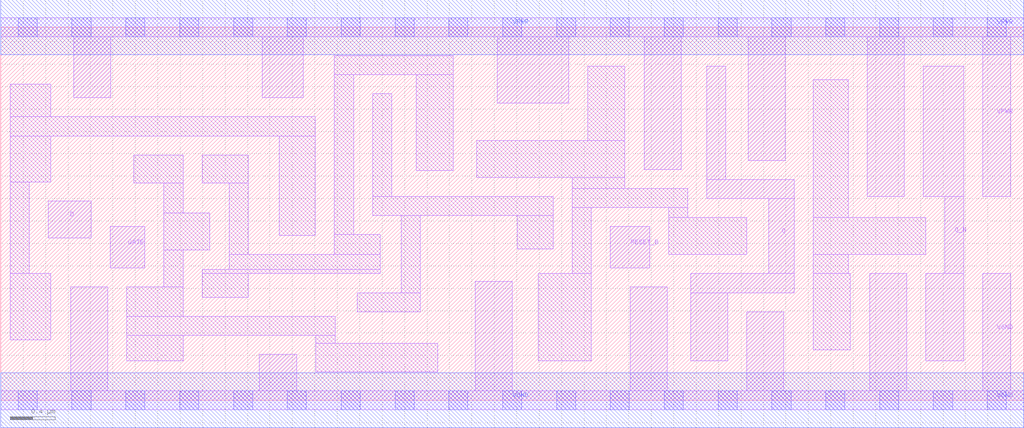
<source format=lef>
# Copyright 2020 The SkyWater PDK Authors
#
# Licensed under the Apache License, Version 2.0 (the "License");
# you may not use this file except in compliance with the License.
# You may obtain a copy of the License at
#
#     https://www.apache.org/licenses/LICENSE-2.0
#
# Unless required by applicable law or agreed to in writing, software
# distributed under the License is distributed on an "AS IS" BASIS,
# WITHOUT WARRANTIES OR CONDITIONS OF ANY KIND, either express or implied.
# See the License for the specific language governing permissions and
# limitations under the License.
#
# SPDX-License-Identifier: Apache-2.0

VERSION 5.7 ;
  NAMESCASESENSITIVE ON ;
  NOWIREEXTENSIONATPIN ON ;
  DIVIDERCHAR "/" ;
  BUSBITCHARS "[]" ;
UNITS
  DATABASE MICRONS 200 ;
END UNITS
MACRO sky130_fd_sc_ls__dlrbp_2
  CLASS CORE ;
  SOURCE USER ;
  FOREIGN sky130_fd_sc_ls__dlrbp_2 ;
  ORIGIN  0.000000  0.000000 ;
  SIZE  9.120000 BY  3.330000 ;
  SYMMETRY X Y ;
  SITE unit ;
  PIN D
    ANTENNAGATEAREA  0.208500 ;
    DIRECTION INPUT ;
    USE SIGNAL ;
    PORT
      LAYER li1 ;
        RECT 0.425000 1.450000 0.805000 1.780000 ;
    END
  END D
  PIN Q
    ANTENNADIFFAREA  0.543200 ;
    DIRECTION OUTPUT ;
    USE SIGNAL ;
    PORT
      LAYER li1 ;
        RECT 6.150000 0.350000 6.480000 0.960000 ;
        RECT 6.150000 0.960000 7.075000 1.130000 ;
        RECT 6.295000 1.800000 7.075000 1.970000 ;
        RECT 6.295000 1.970000 6.465000 2.980000 ;
        RECT 6.845000 1.130000 7.075000 1.800000 ;
    END
  END Q
  PIN Q_N
    ANTENNADIFFAREA  0.543200 ;
    DIRECTION OUTPUT ;
    USE SIGNAL ;
    PORT
      LAYER li1 ;
        RECT 8.225000 1.820000 8.585000 2.980000 ;
        RECT 8.245000 0.350000 8.585000 1.130000 ;
        RECT 8.415000 1.130000 8.585000 1.820000 ;
    END
  END Q_N
  PIN RESET_B
    ANTENNAGATEAREA  0.279000 ;
    DIRECTION INPUT ;
    USE SIGNAL ;
    PORT
      LAYER li1 ;
        RECT 5.435000 1.180000 5.785000 1.550000 ;
    END
  END RESET_B
  PIN GATE
    ANTENNAGATEAREA  0.237000 ;
    DIRECTION INPUT ;
    USE CLOCK ;
    PORT
      LAYER li1 ;
        RECT 0.975000 1.180000 1.285000 1.550000 ;
    END
  END GATE
  PIN VGND
    DIRECTION INOUT ;
    SHAPE ABUTMENT ;
    USE GROUND ;
    PORT
      LAYER li1 ;
        RECT 0.000000 -0.085000 9.120000 0.085000 ;
        RECT 0.625000  0.085000 0.955000 1.010000 ;
        RECT 2.305000  0.085000 2.640000 0.410000 ;
        RECT 4.230000  0.085000 4.560000 1.060000 ;
        RECT 5.610000  0.085000 5.940000 1.010000 ;
        RECT 6.650000  0.085000 6.980000 0.790000 ;
        RECT 7.745000  0.085000 8.075000 1.130000 ;
        RECT 8.755000  0.085000 9.005000 1.130000 ;
      LAYER mcon ;
        RECT 0.155000 -0.085000 0.325000 0.085000 ;
        RECT 0.635000 -0.085000 0.805000 0.085000 ;
        RECT 1.115000 -0.085000 1.285000 0.085000 ;
        RECT 1.595000 -0.085000 1.765000 0.085000 ;
        RECT 2.075000 -0.085000 2.245000 0.085000 ;
        RECT 2.555000 -0.085000 2.725000 0.085000 ;
        RECT 3.035000 -0.085000 3.205000 0.085000 ;
        RECT 3.515000 -0.085000 3.685000 0.085000 ;
        RECT 3.995000 -0.085000 4.165000 0.085000 ;
        RECT 4.475000 -0.085000 4.645000 0.085000 ;
        RECT 4.955000 -0.085000 5.125000 0.085000 ;
        RECT 5.435000 -0.085000 5.605000 0.085000 ;
        RECT 5.915000 -0.085000 6.085000 0.085000 ;
        RECT 6.395000 -0.085000 6.565000 0.085000 ;
        RECT 6.875000 -0.085000 7.045000 0.085000 ;
        RECT 7.355000 -0.085000 7.525000 0.085000 ;
        RECT 7.835000 -0.085000 8.005000 0.085000 ;
        RECT 8.315000 -0.085000 8.485000 0.085000 ;
        RECT 8.795000 -0.085000 8.965000 0.085000 ;
      LAYER met1 ;
        RECT 0.000000 -0.245000 9.120000 0.245000 ;
    END
  END VGND
  PIN VPWR
    DIRECTION INOUT ;
    SHAPE ABUTMENT ;
    USE POWER ;
    PORT
      LAYER li1 ;
        RECT 0.000000 3.245000 9.120000 3.415000 ;
        RECT 0.650000 2.700000 0.980000 3.245000 ;
        RECT 2.330000 2.700000 2.695000 3.245000 ;
        RECT 4.425000 2.650000 5.065000 3.245000 ;
        RECT 5.735000 2.060000 6.065000 3.245000 ;
        RECT 6.665000 2.140000 6.995000 3.245000 ;
        RECT 7.725000 1.820000 8.055000 3.245000 ;
        RECT 8.755000 1.820000 9.005000 3.245000 ;
      LAYER mcon ;
        RECT 0.155000 3.245000 0.325000 3.415000 ;
        RECT 0.635000 3.245000 0.805000 3.415000 ;
        RECT 1.115000 3.245000 1.285000 3.415000 ;
        RECT 1.595000 3.245000 1.765000 3.415000 ;
        RECT 2.075000 3.245000 2.245000 3.415000 ;
        RECT 2.555000 3.245000 2.725000 3.415000 ;
        RECT 3.035000 3.245000 3.205000 3.415000 ;
        RECT 3.515000 3.245000 3.685000 3.415000 ;
        RECT 3.995000 3.245000 4.165000 3.415000 ;
        RECT 4.475000 3.245000 4.645000 3.415000 ;
        RECT 4.955000 3.245000 5.125000 3.415000 ;
        RECT 5.435000 3.245000 5.605000 3.415000 ;
        RECT 5.915000 3.245000 6.085000 3.415000 ;
        RECT 6.395000 3.245000 6.565000 3.415000 ;
        RECT 6.875000 3.245000 7.045000 3.415000 ;
        RECT 7.355000 3.245000 7.525000 3.415000 ;
        RECT 7.835000 3.245000 8.005000 3.415000 ;
        RECT 8.315000 3.245000 8.485000 3.415000 ;
        RECT 8.795000 3.245000 8.965000 3.415000 ;
      LAYER met1 ;
        RECT 0.000000 3.085000 9.120000 3.575000 ;
    END
  END VPWR
  OBS
    LAYER li1 ;
      RECT 0.085000 0.540000 0.445000 1.130000 ;
      RECT 0.085000 1.130000 0.255000 1.950000 ;
      RECT 0.085000 1.950000 0.445000 2.360000 ;
      RECT 0.085000 2.360000 2.805000 2.530000 ;
      RECT 0.085000 2.530000 0.445000 2.820000 ;
      RECT 1.125000 0.350000 1.625000 0.580000 ;
      RECT 1.125000 0.580000 2.980000 0.750000 ;
      RECT 1.125000 0.750000 1.625000 1.010000 ;
      RECT 1.185000 1.940000 1.625000 2.190000 ;
      RECT 1.455000 1.010000 1.625000 1.340000 ;
      RECT 1.455000 1.340000 1.865000 1.670000 ;
      RECT 1.455000 1.670000 1.625000 1.940000 ;
      RECT 1.795000 0.920000 2.205000 1.130000 ;
      RECT 1.795000 1.130000 3.385000 1.170000 ;
      RECT 1.795000 1.940000 2.205000 2.190000 ;
      RECT 2.035000 1.170000 3.385000 1.300000 ;
      RECT 2.035000 1.300000 2.205000 1.940000 ;
      RECT 2.485000 1.470000 2.805000 2.360000 ;
      RECT 2.810000 0.255000 3.895000 0.510000 ;
      RECT 2.810000 0.510000 2.980000 0.580000 ;
      RECT 2.975000 1.300000 3.385000 1.480000 ;
      RECT 2.975000 1.480000 3.145000 2.905000 ;
      RECT 2.975000 2.905000 4.035000 3.075000 ;
      RECT 3.180000 0.790000 3.740000 0.960000 ;
      RECT 3.315000 1.650000 4.925000 1.820000 ;
      RECT 3.315000 1.820000 3.485000 2.735000 ;
      RECT 3.570000 0.960000 3.740000 1.650000 ;
      RECT 3.705000 2.050000 4.035000 2.905000 ;
      RECT 4.245000 1.990000 5.565000 2.320000 ;
      RECT 4.605000 1.350000 4.925000 1.650000 ;
      RECT 4.790000 0.350000 5.265000 1.130000 ;
      RECT 5.095000 1.130000 5.265000 1.720000 ;
      RECT 5.095000 1.720000 6.125000 1.890000 ;
      RECT 5.095000 1.890000 5.565000 1.990000 ;
      RECT 5.235000 2.320000 5.565000 2.980000 ;
      RECT 5.955000 1.300000 6.650000 1.630000 ;
      RECT 5.955000 1.630000 6.125000 1.720000 ;
      RECT 7.245000 0.450000 7.575000 1.130000 ;
      RECT 7.245000 1.130000 7.555000 1.300000 ;
      RECT 7.245000 1.300000 8.245000 1.630000 ;
      RECT 7.245000 1.630000 7.555000 2.860000 ;
  END
END sky130_fd_sc_ls__dlrbp_2

</source>
